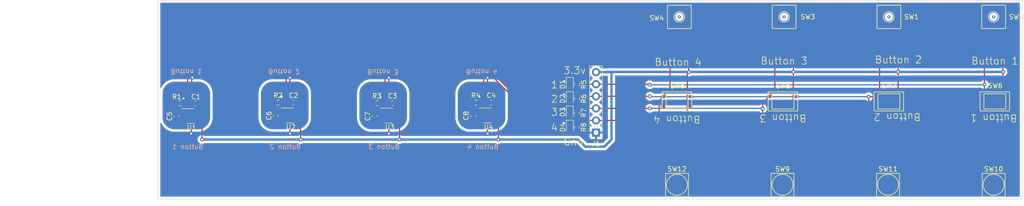
<source format=kicad_pcb>
(kicad_pcb (version 20211014) (generator pcbnew)
  (layers (0 "F.Cu" signal) (31 "B.Cu" signal) (34 "B.Paste" user) (35 "F.Paste" user) (36 "B.SilkS" user "B.Silkscreen") (37 "F.SilkS" user "F.Silkscreen") (38 "B.Mask" user) (39 "F.Mask" user) (44 "Edge.Cuts" user))
  (net 0 "")
  (net 1 "+3V3")
  (net 2 "GND")
  (net 3 "Net-(C5-Pad1)")
  (net 4 "Net-(C6-Pad1)")
  (net 5 "Net-(C7-Pad1)")
  (net 6 "Net-(C8-Pad1)")
  (net 7 "Net-(D1-Pad2)")
  (net 8 "Net-(D2-Pad2)")
  (net 9 "Net-(D3-Pad2)")
  (net 10 "Net-(D4-Pad2)")
  (net 11 "Net-(J1-Pad2)")
  (net 12 "Net-(J1-Pad3)")
  (net 13 "Net-(J1-Pad4)")
  (net 14 "Net-(J1-Pad5)")
  (net 15 "Net-(P1-Pad1)")
  (net 16 "Net-(P2-Pad1)")
  (net 17 "Net-(P3-Pad1)")
  (net 18 "Net-(P4-Pad1)")
  (footprint "LED_SMD:LED_0603_1608Metric" (layer "F.Cu") (at 107.5 106.425 -90)
    (fp_text reference "D1" (at 0 1.5 90) (layer "F.SilkS"))
    (fp_text value "LED")
    (pad "1" smd roundrect (at -0.7875 0 270) (size 0.875 0.95) (layers "F.Cu" "F.Paste" "F.Mask") (net 2 "GND"))
    (pad "2" smd roundrect (at 0.7875 0 270) (size 0.875 0.95) (layers "F.Cu" "F.Paste" "F.Mask") (net 7 "Net-(D1-Pad2)"))
  )
  (footprint "RH6015-C:RH6015-C" (layer "F.Cu") (at 48.725 113)
    (fp_text reference "U2" (at 0.2 2.4 unlocked) (layer "F.SilkS"))
    (fp_text value "RH6015-C")
    (pad "1" smd roundrect (at -1.175 -1) (size 1.325 0.6) (layers "F.Cu" "F.Paste" "F.Mask") (net 13 "Net-(J1-Pad4)"))
    (pad "2" smd roundrect (at -1.175 -0.05) (size 1.325 0.6) (layers "F.Cu" "F.Paste" "F.Mask") (net 2 "GND"))
    (pad "3" smd roundrect (at -1.175 0.9) (size 1.325 0.6) (layers "F.Cu" "F.Paste" "F.Mask") (net 4 "Net-(C6-Pad1)"))
    (pad "4" smd roundrect (at 1.1 0.9) (size 1.325 0.6) (layers "F.Cu" "F.Paste" "F.Mask") (net 2 "GND"))
    (pad "5" smd roundrect (at 1.1 -0.05) (size 1.325 0.6) (layers "F.Cu" "F.Paste" "F.Mask") (net 1 "+3V3"))
    (pad "6" smd roundrect (at 1.1 -1) (size 1.325 0.6) (layers "F.Cu" "F.Paste" "F.Mask") (net 2 "GND"))
  )
  (footprint "Capacitor_SMD:C_0603_1608Metric" (layer "F.Cu") (at 87.25 113 90)
    (fp_text reference "C8" (at 0 -1.525 90) (layer "F.SilkS"))
    (fp_text value "1pF")
    (pad "1" smd roundrect (at -0.775 0 90) (size 0.9 0.95) (layers "F.Cu" "F.Paste" "F.Mask") (net 6 "Net-(C8-Pad1)"))
    (pad "2" smd roundrect (at 0.775 0 90) (size 0.9 0.95) (layers "F.Cu" "F.Paste" "F.Mask") (net 2 "GND"))
  )
  (footprint "dome_buttons:EVQPLDA15" (layer "F.Cu") (at 152.5 92.25)
    (fp_text reference "SW3" (at 5 0 unlocked) (layer "F.SilkS"))
    (fp_text value "SW_Push")
    (pad "A" smd rect (at -1.95 -2.3) (size 0.6 1) (layers "F.Cu" "F.Paste" "F.Mask") (net 12 "Net-(J1-Pad3)"))
    (pad "A" smd rect (at -1.95 2.3) (size 0.6 1) (layers "F.Cu" "F.Paste" "F.Mask") (net 12 "Net-(J1-Pad3)"))
    (pad "B" smd rect (at 1.95 2.3) (size 0.6 1) (layers "F.Cu" "F.Paste" "F.Mask") (net 1 "+3V3"))
    (pad "B" smd rect (at 1.95 -2.3) (size 0.6 1) (layers "F.Cu" "F.Paste" "F.Mask") (net 1 "+3V3"))
    (pad "Gnd" smd rect (at 2.6 0) (size 0.45 1) (layers "F.Cu" "F.Paste" "F.Mask"))
    (pad "Gnd" smd rect (at -2.6 0) (size 0.45 1) (layers "F.Cu" "F.Paste" "F.Mask"))
  )
  (footprint "Resistor_SMD:R_0603_1608Metric" (layer "F.Cu") (at 87.75 110.25 180)
    (fp_text reference "R4" (at 0 1.5) (layer "F.SilkS"))
    (fp_text value "1K")
    (pad "1" smd roundrect (at -0.825 0 180) (size 0.8 0.95) (layers "F.Cu" "F.Paste" "F.Mask") (net 18 "Net-(P4-Pad1)"))
    (pad "2" smd roundrect (at 0.825 0 180) (size 0.8 0.95) (layers "F.Cu" "F.Paste" "F.Mask") (net 6 "Net-(C8-Pad1)"))
  )
  (footprint "dome_buttons:GT-TC170B-H0078-L10" (layer "F.Cu") (at 130 110)
    (fp_text reference "SW8" (at 0.1 -3.3 unlocked) (layer "F.SilkS"))
    (fp_text value "SW_Push")
    (pad "1" smd rect (at 2.9 -1) (size 0.8 0.6) (layers "F.Cu" "F.Paste" "F.Mask") (net 11 "Net-(J1-Pad2)"))
    (pad "1" smd rect (at -2.9 -1) (size 0.8 0.6) (layers "F.Cu" "F.Paste" "F.Mask") (net 11 "Net-(J1-Pad2)"))
    (pad "2" smd rect (at 2.9 1) (size 0.8 0.6) (layers "F.Cu" "F.Paste" "F.Mask") (net 1 "+3V3"))
    (pad "2" smd rect (at -2.9 1) (size 0.8 0.6) (layers "F.Cu" "F.Paste" "F.Mask") (net 1 "+3V3"))
  )
  (footprint "Capacitor_SMD:C_0603_1608Metric" (layer "F.Cu") (at 49.475 110.25 180)
    (fp_text reference "C2" (at 0 1.5) (layer "F.SilkS"))
    (fp_text value "100nF")
    (pad "1" smd roundrect (at -0.775 0 180) (size 0.9 0.95) (layers "F.Cu" "F.Paste" "F.Mask") (net 1 "+3V3"))
    (pad "2" smd roundrect (at 0.775 0 180) (size 0.9 0.95) (layers "F.Cu" "F.Paste" "F.Mask") (net 2 "GND"))
  )
  (footprint "Capacitor_SMD:C_0603_1608Metric" (layer "F.Cu") (at 90.975 110.25 180)
    (fp_text reference "C4" (at -0.025 1.5) (layer "F.SilkS"))
    (fp_text value "100nF")
    (pad "1" smd roundrect (at -0.775 0 180) (size 0.9 0.95) (layers "F.Cu" "F.Paste" "F.Mask") (net 1 "+3V3"))
    (pad "2" smd roundrect (at 0.775 0 180) (size 0.9 0.95) (layers "F.Cu" "F.Paste" "F.Mask") (net 2 "GND"))
  )
  (footprint "Capacitor_SMD:C_0603_1608Metric" (layer "F.Cu") (at 28.875 110.37548 180)
    (fp_text reference "C1" (at -0.1 1.35) (layer "F.SilkS"))
    (fp_text value "100nF")
    (pad "1" smd roundrect (at -0.775 0 180) (size 0.9 0.95) (layers "F.Cu" "F.Paste" "F.Mask") (net 1 "+3V3"))
    (pad "2" smd roundrect (at 0.775 0 180) (size 0.9 0.95) (layers "F.Cu" "F.Paste" "F.Mask") (net 2 "GND"))
  )
  (footprint "RH6015-C:RH6015-C" (layer "F.Cu") (at 27.875 113.12548)
    (fp_text reference "U1" (at 0.2 2.4 unlocked) (layer "F.SilkS"))
    (fp_text value "RH6015-C")
    (pad "1" smd roundrect (at -1.175 -1) (size 1.325 0.6) (layers "F.Cu" "F.Paste" "F.Mask") (net 14 "Net-(J1-Pad5)"))
    (pad "2" smd roundrect (at -1.175 -0.05) (size 1.325 0.6) (layers "F.Cu" "F.Paste" "F.Mask") (net 2 "GND"))
    (pad "3" smd roundrect (at -1.175 0.9) (size 1.325 0.6) (layers "F.Cu" "F.Paste" "F.Mask") (net 3 "Net-(C5-Pad1)"))
    (pad "4" smd roundrect (at 1.1 0.9) (size 1.325 0.6) (layers "F.Cu" "F.Paste" "F.Mask") (net 2 "GND"))
    (pad "5" smd roundrect (at 1.1 -0.05) (size 1.325 0.6) (layers "F.Cu" "F.Paste" "F.Mask") (net 1 "+3V3"))
    (pad "6" smd roundrect (at 1.1 -1) (size 1.325 0.6) (layers "F.Cu" "F.Paste" "F.Mask") (net 2 "GND"))
  )
  (footprint "dome_buttons:GT-TC170B-H0078-L10" (layer "F.Cu") (at 174.5 110)
    (fp_text reference "SW7" (at 0.1 -3.3 unlocked) (layer "F.SilkS"))
    (fp_text value "SW_Push")
    (pad "1" smd rect (at -2.9 -1) (size 0.8 0.6) (layers "F.Cu" "F.Paste" "F.Mask") (net 13 "Net-(J1-Pad4)"))
    (pad "1" smd rect (at 2.9 -1) (size 0.8 0.6) (layers "F.Cu" "F.Paste" "F.Mask") (net 13 "Net-(J1-Pad4)"))
    (pad "2" smd rect (at -2.9 1) (size 0.8 0.6) (layers "F.Cu" "F.Paste" "F.Mask") (net 1 "+3V3"))
    (pad "2" smd rect (at 2.9 1) (size 0.8 0.6) (layers "F.Cu" "F.Paste" "F.Mask") (net 1 "+3V3"))
  )
  (footprint "Resistor_SMD:R_0603_1608Metric" (layer "F.Cu") (at 46.225 110.25 180)
    (fp_text reference "R2" (at 0 1.5) (layer "F.SilkS"))
    (fp_text value "1K")
    (pad "1" smd roundrect (at -0.825 0 180) (size 0.8 0.95) (layers "F.Cu" "F.Paste" "F.Mask") (net 16 "Net-(P2-Pad1)"))
    (pad "2" smd roundrect (at 0.825 0 180) (size 0.8 0.95) (layers "F.Cu" "F.Paste" "F.Mask") (net 4 "Net-(C6-Pad1)"))
  )
  (footprint "dome_buttons:EVQPLDA15" (layer "F.Cu") (at 174.5 92.25)
    (fp_text reference "SW1" (at 4.75 0 unlocked) (layer "F.SilkS"))
    (fp_text value "SW_Push")
    (pad "A" smd rect (at -1.95 2.3) (size 0.6 1) (layers "F.Cu" "F.Paste" "F.Mask") (net 13 "Net-(J1-Pad4)"))
    (pad "A" smd rect (at -1.95 -2.3) (size 0.6 1) (layers "F.Cu" "F.Paste" "F.Mask") (net 13 "Net-(J1-Pad4)"))
    (pad "B" smd rect (at 1.95 -2.3) (size 0.6 1) (layers "F.Cu" "F.Paste" "F.Mask") (net 1 "+3V3"))
    (pad "B" smd rect (at 1.95 2.3) (size 0.6 1) (layers "F.Cu" "F.Paste" "F.Mask") (net 1 "+3V3"))
    (pad "Gnd" smd rect (at 2.6 0) (size 0.45 1) (layers "F.Cu" "F.Paste" "F.Mask"))
    (pad "Gnd" smd rect (at -2.6 0) (size 0.45 1) (layers "F.Cu" "F.Paste" "F.Mask"))
  )
  (footprint "Resistor_SMD:R_0603_1608Metric" (layer "F.Cu") (at 109 115.425 -90)
    (fp_text reference "R8" (at 0 -1.43 90) (layer "F.SilkS"))
    (fp_text value "1K")
    (pad "1" smd roundrect (at -0.825 0 270) (size 0.8 0.95) (layers "F.Cu" "F.Paste" "F.Mask") (net 11 "Net-(J1-Pad2)"))
    (pad "2" smd roundrect (at 0.825 0 270) (size 0.8 0.95) (layers "F.Cu" "F.Paste" "F.Mask") (net 10 "Net-(D4-Pad2)"))
  )
  (footprint "Resistor_SMD:R_0603_1608Metric" (layer "F.Cu") (at 109 109.425 -90)
    (fp_text reference "R6" (at 0 -1.43 90) (layer "F.SilkS"))
    (fp_text value "1K")
    (pad "1" smd roundrect (at -0.825 0 270) (size 0.8 0.95) (layers "F.Cu" "F.Paste" "F.Mask") (net 13 "Net-(J1-Pad4)"))
    (pad "2" smd roundrect (at 0.825 0 270) (size 0.8 0.95) (layers "F.Cu" "F.Paste" "F.Mask") (net 8 "Net-(D2-Pad2)"))
  )
  (footprint "dome_buttons:GT-TC170B-H0078-L10" (layer "F.Cu") (at 196.75 110)
    (fp_text reference "SW6" (at 0.1 -3.3 unlocked) (layer "F.SilkS"))
    (fp_text value "SW_Push")
    (pad "1" smd rect (at -2.9 -1) (size 0.8 0.6) (layers "F.Cu" "F.Paste" "F.Mask") (net 14 "Net-(J1-Pad5)"))
    (pad "1" smd rect (at 2.9 -1) (size 0.8 0.6) (layers "F.Cu" "F.Paste" "F.Mask") (net 14 "Net-(J1-Pad5)"))
    (pad "2" smd rect (at -2.9 1) (size 0.8 0.6) (layers "F.Cu" "F.Paste" "F.Mask") (net 1 "+3V3"))
    (pad "2" smd rect (at 2.9 1) (size 0.8 0.6) (layers "F.Cu" "F.Paste" "F.Mask") (net 1 "+3V3"))
  )
  (footprint "Connector_PinHeader_2.54mm:PinHeader_1x06_P2.54mm_Vertical" (layer "F.Cu") (at 113 116.54 180)
    (fp_text reference "J1" (at 0 -2.33) (layer "F.SilkS"))
    (fp_text value "Conn_01x06_Female")
    (pad "1" thru_hole rect (at 0 0 180) (size 1.7 1.7) (drill 1) (layers *.Cu *.Mask) (net 2 "GND"))
    (pad "2" thru_hole oval (at 0 2.54 180) (size 1.7 1.7) (drill 1) (layers *.Cu *.Mask) (net 11 "Net-(J1-Pad2)"))
    (pad "3" thru_hole oval (at 0 5.08 180) (size 1.7 1.7) (drill 1) (layers *.Cu *.Mask) (net 12 "Net-(J1-Pad3)"))
    (pad "4" thru_hole oval (at 0 7.62 180) (size 1.7 1.7) (drill 1) (layers *.Cu *.Mask) (net 13 "Net-(J1-Pad4)"))
    (pad "5" thru_hole oval (at 0 10.16 180) (size 1.7 1.7) (drill 1) (layers *.Cu *.Mask) (net 14 "Net-(J1-Pad5)"))
    (pad "6" thru_hole oval (at 0 12.7 180) (size 1.7 1.7) (drill 1) (layers *.Cu *.Mask) (net 1 "+3V3"))
  )
  (footprint "Resistor_SMD:R_0603_1608Metric" (layer "F.Cu") (at 109 106.425 -90)
    (fp_text reference "R5" (at 0 -1.43 90) (layer "F.SilkS"))
    (fp_text value "1K")
    (pad "1" smd roundrect (at -0.825 0 270) (size 0.8 0.95) (layers "F.Cu" "F.Paste" "F.Mask") (net 14 "Net-(J1-Pad5)"))
    (pad "2" smd roundrect (at 0.825 0 270) (size 0.8 0.95) (layers "F.Cu" "F.Paste" "F.Mask") (net 7 "Net-(D1-Pad2)"))
  )
  (footprint "RH6015-C:RH6015-C" (layer "F.Cu") (at 90.25 113)
    (fp_text reference "U4" (at 0.2 2.4 unlocked) (layer "F.SilkS"))
    (fp_text value "RH6015-C")
    (pad "1" smd roundrect (at -1.175 -1) (size 1.325 0.6) (layers "F.Cu" "F.Paste" "F.Mask") (net 11 "Net-(J1-Pad2)"))
    (pad "2" smd roundrect (at -1.175 -0.05) (size 1.325 0.6) (layers "F.Cu" "F.Paste" "F.Mask") (net 2 "GND"))
    (pad "3" smd roundrect (at -1.175 0.9) (size 1.325 0.6) (layers "F.Cu" "F.Paste" "F.Mask") (net 6 "Net-(C8-Pad1)"))
    (pad "4" smd roundrect (at 1.1 0.9) (size 1.325 0.6) (layers "F.Cu" "F.Paste" "F.Mask") (net 2 "GND"))
    (pad "5" smd roundrect (at 1.1 -0.05) (size 1.325 0.6) (layers "F.Cu" "F.Paste" "F.Mask") (net 1 "+3V3"))
    (pad "6" smd roundrect (at 1.1 -1) (size 1.325 0.6) (layers "F.Cu" "F.Paste" "F.Mask") (net 2 "GND"))
  )
  (footprint "dome_buttons:TS5208A" (layer "F.Cu") (at 152.166666 127.5)
    (fp_text reference "SW9" (at 0 -3.3 unlocked) (layer "F.SilkS"))
    (fp_text value "SW_Push")
    (pad "1" smd rect (at 3.2 -1.8) (size 1 0.5) (layers "F.Cu" "F.Paste" "F.Mask") (net 12 "Net-(J1-Pad3)"))
    (pad "1" smd rect (at -3.2 -1.8) (size 1 0.5) (layers "F.Cu" "F.Paste" "F.Mask") (net 12 "Net-(J1-Pad3)"))
    (pad "2" smd rect (at -3.2 1.9) (size 1 0.5) (layers "F.Cu" "F.Paste" "F.Mask") (net 1 "+3V3"))
    (pad "2" smd rect (at 3.2 1.9) (size 1 0.5) (layers "F.Cu" "F.Paste" "F.Mask") (net 1 "+3V3"))
  )
  (footprint "dome_buttons:EVQPLDA15" (layer "F.Cu") (at 130.5 92.25)
    (fp_text reference "SW4" (at -4.75 0.25 unlocked) (layer "F.SilkS"))
    (fp_text value "SW_Push")
    (pad "A" smd rect (at -1.95 -2.3) (size 0.6 1) (layers "F.Cu" "F.Paste" "F.Mask") (net 11 "Net-(J1-Pad2)"))
    (pad "A" smd rect (at -1.95 2.3) (size 0.6 1) (layers "F.Cu" "F.Paste" "F.Mask") (net 11 "Net-(J1-Pad2)"))
    (pad "B" smd rect (at 1.95 2.3) (size 0.6 1) (layers "F.Cu" "F.Paste" "F.Mask") (net 1 "+3V3"))
    (pad "B" smd rect (at 1.95 -2.3) (size 0.6 1) (layers "F.Cu" "F.Paste" "F.Mask") (net 1 "+3V3"))
    (pad "Gnd" smd rect (at 2.6 0) (size 0.45 1) (layers "F.Cu" "F.Paste" "F.Mask"))
    (pad "Gnd" smd rect (at -2.6 0) (size 0.45 1) (layers "F.Cu" "F.Paste" "F.Mask"))
  )
  (footprint "Capacitor_SMD:C_0603_1608Metric" (layer "F.Cu") (at 66.5 113.125 90)
    (fp_text reference "C7" (at 0 -1.43 90) (layer "F.SilkS"))
    (fp_text value "1pF")
    (pad "1" smd roundrect (at -0.775 0 90) (size 0.9 0.95) (layers "F.Cu" "F.Paste" "F.Mask") (net 5 "Net-(C7-Pad1)"))
    (pad "2" smd roundrect (at 0.775 0 90) (size 0.9 0.95) (layers "F.Cu" "F.Paste" "F.Mask") (net 2 "GND"))
  )
  (footprint "Resistor_SMD:R_0603_1608Metric" (layer "F.Cu") (at 109 112.425 -90)
    (fp_text reference "R7" (at 0 -1.43 90) (layer "F.SilkS"))
    (fp_text value "1K")
    (pad "1" smd roundrect (at -0.825 0 270) (size 0.8 0.95) (layers "F.Cu" "F.Paste" "F.Mask") (net 12 "Net-(J1-Pad3)"))
    (pad "2" smd roundrect (at 0.825 0 270) (size 0.8 0.95) (layers "F.Cu" "F.Paste" "F.Mask") (net 9 "Net-(D3-Pad2)"))
  )
  (footprint "LED_SMD:LED_0603_1608Metric" (layer "F.Cu") (at 107.5 109.425 -90)
    (fp_text reference "D2" (at 0 1.5 90) (layer "F.SilkS"))
    (fp_text value "LED")
    (pad "1" smd roundrect (at -0.7875 0 270) (size 0.875 0.95) (layers "F.Cu" "F.Paste" "F.Mask") (net 2 "GND"))
    (pad "2" smd roundrect (at 0.7875 0 270) (size 0.875 0.95) (layers "F.Cu" "F.Paste" "F.Mask") (net 8 "Net-(D2-Pad2)"))
  )
  (footprint "Capacitor_SMD:C_0603_1608Metric" (layer "F.Cu") (at 45.725 113 90)
    (fp_text reference "C6" (at 0 -1.43 90) (layer "F.SilkS"))
    (fp_text value "1pF")
    (pad "1" smd roundrect (at -0.775 0 90) (size 0.9 0.95) (layers "F.Cu" "F.Paste" "F.Mask") (net 4 "Net-(C6-Pad1)"))
    (pad "2" smd roundrect (at 0.775 0 90) (size 0.9 0.95) (layers "F.Cu" "F.Paste" "F.Mask") (net 2 "GND"))
  )
  (footprint "LED_SMD:LED_0603_1608Metric" (layer "F.Cu") (at 107.5 115.425 -90)
    (fp_text reference "D4" (at 0 1.5 90) (layer "F.SilkS"))
    (fp_text value "LED")
    (pad "1" smd roundrect (at -0.7875 0 270) (size 0.875 0.95) (layers "F.Cu" "F.Paste" "F.Mask") (net 2 "GND"))
    (pad "2" smd roundrect (at 0.7875 0 270) (size 0.875 0.95) (layers "F.Cu" "F.Paste" "F.Mask") (net 10 "Net-(D4-Pad2)"))
  )
  (footprint "dome_buttons:TS5208A" (layer "F.Cu") (at 196.5 127.5)
    (fp_text reference "SW10" (at 0 -3.3 unlocked) (layer "F.SilkS"))
    (fp_text value "SW_Push")
    (pad "1" smd rect (at 3.2 -1.8) (size 1 0.5) (layers "F.Cu" "F.Paste" "F.Mask") (net 14 "Net-(J1-Pad5)"))
    (pad "1" smd rect (at -3.2 -1.8) (size 1 0.5) (layers "F.Cu" "F.Paste" "F.Mask") (net 14 "Net-(J1-Pad5)"))
    (pad "2" smd rect (at -3.2 1.9) (size 1 0.5) (layers "F.Cu" "F.Paste" "F.Mask") (net 1 "+3V3"))
    (pad "2" smd rect (at 3.2 1.9) (size 1 0.5) (layers "F.Cu" "F.Paste" "F.Mask") (net 1 "+3V3"))
  )
  (footprint "dome_buttons:GT-TC170B-H0078-L10" (layer "F.Cu") (at 152.25 110)
    (fp_text reference "SW5" (at 0.1 -3.3 unlocked) (layer "F.SilkS"))
    (fp_text value "SW_Push")
    (pad "1" smd rect (at 2.9 -1) (size 0.8 0.6) (layers "F.Cu" "F.Paste" "F.Mask") (net 12 "Net-(J1-Pad3)"))
    (pad "1" smd rect (at -2.9 -1) (size 0.8 0.6) (layers "F.Cu" "F.Paste" "F.Mask") (net 12 "Net-(J1-Pad3)"))
    (pad "2" smd rect (at -2.9 1) (size 0.8 0.6) (layers "F.Cu" "F.Paste" "F.Mask") (net 1 "+3V3"))
    (pad "2" smd rect (at 2.9 1) (size 0.8 0.6) (layers "F.Cu" "F.Paste" "F.Mask") (net 1 "+3V3"))
  )
  (footprint "RH6015-C:RH6015-C" (layer "F.Cu") (at 69.5 113.025)
    (fp_text reference "U3" (at 0.2 2.4 unlocked) (layer "F.SilkS"))
    (fp_text value "RH6015-C")
    (pad "1" smd roundrect (at -1.175 -1) (size 1.325 0.6) (layers "F.Cu" "F.Paste" "F.Mask") (net 12 "Net-(J1-Pad3)"))
    (pad "2" smd roundrect (at -1.175 -0.05) (size 1.325 0.6) (layers "F.Cu" "F.Paste" "F.Mask") (net 2 "GND"))
    (pad "3" smd roundrect (at -1.175 0.9) (size 1.325 0.6) (layers "F.Cu" "F.Paste" "F.Mask") (net 5 "Net-(C7-Pad1)"))
    (pad "4" smd roundrect (at 1.1 0.9) (size 1.325 0.6) (layers "F.Cu" "F.Paste" "F.Mask") (net 2 "GND"))
    (pad "5" smd roundrect (at 1.1 -0.05) (size 1.325 0.6) (layers "F.Cu" "F.Paste" "F.Mask") (net 1 "+3V3"))
    (pad "6" smd roundrect (at 1.1 -1) (size 1.325 0.6) (layers "F.Cu" "F.Paste" "F.Mask") (net 2 "GND"))
  )
  (footprint "dome_buttons:TS5208A" (layer "F.Cu") (at 130 127.5)
    (fp_text reference "SW12" (at 0 -3.3 unlocked) (layer "F.SilkS"))
    (fp_text value "SW_Push")
    (pad "1" smd rect (at -3.2 -1.8) (size 1 0.5) (layers "F.Cu" "F.Paste" "F.Mask") (net 11 "Net-(J1-Pad2)"))
    (pad "1" smd rect (at 3.2 -1.8) (size 1 0.5) (layers "F.Cu" "F.Paste" "F.Mask") (net 11 "Net-(J1-Pad2)"))
    (pad "2" smd rect (at -3.2 1.9) (size 1 0.5) (layers "F.Cu" "F.Paste" "F.Mask") (net 1 "+3V3"))
    (pad "2" smd rect (at 3.2 1.9) (size 1 0.5) (layers "F.Cu" "F.Paste" "F.Mask") (net 1 "+3V3"))
  )
  (footprint "dome_buttons:EVQPLDA15" (layer "F.Cu") (at 196.5 92.25)
    (fp_text reference "SW2" (at 4.75 0 unlocked) (layer "F.SilkS"))
    (fp_text value "SW_Push")
    (pad "A" smd rect (at -1.95 -2.3) (size 0.6 1) (layers "F.Cu" "F.Paste" "F.Mask") (net 14 "Net-(J1-Pad5)"))
    (pad "A" smd rect (at -1.95 2.3) (size 0.6 1) (layers "F.Cu" "F.Paste" "F.Mask") (net 14 "Net-(J1-Pad5)"))
    (pad "B" smd rect (at 1.95 2.3) (size 0.6 1) (layers "F.Cu" "F.Paste" "F.Mask") (net 1 "+3V3"))
    (pad "B" smd rect (at 1.95 -2.3) (size 0.6 1) (layers "F.Cu" "F.Paste" "F.Mask") (net 1 "+3V3"))
    (pad "Gnd" smd rect (at 2.6 0) (size 0.45 1) (layers "F.Cu" "F.Paste" "F.Mask"))
    (pad "Gnd" smd rect (at -2.6 0) (size 0.45 1) (layers "F.Cu" "F.Paste" "F.Mask"))
  )
  (footprint "Resistor_SMD:R_0603_1608Metric" (layer "F.Cu") (at 25.625 110.37548 180)
    (fp_text reference "R1" (at 0.65 1.35) (layer "F.SilkS"))
    (fp_text value "1K")
    (pad "1" smd roundrect (at -0.825 0 180) (size 0.8 0.95) (layers "F.Cu" "F.Paste" "F.Mask") (net 15 "Net-(P1-Pad1)"))
    (pad "2" smd roundrect (at 0.825 0 180) (size 0.8 0.95) (layers "F.Cu" "F.Paste" "F.Mask") (net 3 "Net-(C5-Pad1)"))
  )
  (footprint "Resistor_SMD:R_0603_1608Metric" (layer "F.Cu") (at 67 110.375 180)
    (fp_text reference "R3" (at 0 1.5) (layer "F.SilkS"))
    (fp_text value "1K")
    (pad "1" smd roundrect (at -0.825 0 180) (size 0.8 0.95) (layers "F.Cu" "F.Paste" "F.Mask") (net 17 "Net-(P3-Pad1)"))
    (pad "2" smd roundrect (at 0.825 0 180) (size 0.8 0.95) (layers "F.Cu" "F.Paste" "F.Mask") (net 5 "Net-(C7-Pad1)"))
  )
  (footprint "Capacitor_SMD:C_0603_1608Metric" (layer "F.Cu") (at 70.25 110.375 180)
    (fp_text reference "C3" (at 0 1.5) (layer "F.SilkS"))
    (fp_text value "100nF")
    (pad "1" smd roundrect (at -0.775 0 180) (size 0.9 0.95) (layers "F.Cu" "F.Paste" "F.Mask") (net 1 "+3V3"))
    (pad "2" smd roundrect (at 0.775 0 180) (size 0.9 0.95) (layers "F.Cu" "F.Paste" "F.Mask") (net 2 "GND"))
  )
  (footprint "LED_SMD:LED_0603_1608Metric" (layer "F.Cu") (at 107.5 112.425 -90)
    (fp_text reference "D3" (at -0.175 1.5 90) (layer "F.SilkS"))
    (fp_text value "LED")
    (pad "1" smd roundrect (at -0.7875 0 270) (size 0.875 0.95) (layers "F.Cu" "F.Paste" "F.Mask") (net 2 "GND"))
    (pad "2" smd roundrect (at 0.7875 0 270) (size 0.875 0.95) (layers "F.Cu" "F.Paste" "F.Mask") (net 9 "Net-(D3-Pad2)"))
  )
  (footprint "Capacitor_SMD:C_0603_1608Metric" (layer "F.Cu") (at 24.875 113.12548 90)
    (fp_text reference "C5" (at 0 -1.43 90) (layer "F.SilkS"))
    (fp_text value "1pF")
    (pad "1" smd roundrect (at -0.775 0 90) (size 0.9 0.95) (layers "F.Cu" "F.Paste" "F.Mask") (net 3 "Net-(C5-Pad1)"))
    (pad "2" smd roundrect (at 0.775 0 90) (size 0.9 0.95) (layers "F.Cu" "F.Paste" "F.Mask") (net 2 "GND"))
  )
  (footprint "dome_buttons:TS5208A" (layer "F.Cu") (at 174.333333 127.5)
    (fp_text reference "SW11" (at 0 -3.3 unlocked) (layer "F.SilkS"))
    (fp_text value "SW_Push")
    (pad "1" smd rect (at -3.2 -1.8) (size 1 0.5) (layers "F.Cu" "F.Paste" "F.Mask") (net 13 "Net-(J1-Pad4)"))
    (pad "1" smd rect (at 3.2 -1.8) (size 1 0.5) (layers "F.Cu" "F.Paste" "F.Mask") (net 13 "Net-(J1-Pad4)"))
    (pad "2" smd rect (at -3.2 1.9) (size 1 0.5) (layers "F.Cu" "F.Paste" "F.Mask") (net 1 "+3V3"))
    (pad "2" smd rect (at 3.2 1.9) (size 1 0.5) (layers "F.Cu" "F.Paste" "F.Mask") (net 1 "+3V3"))
  )
  (footprint "RH6015-C:touch_pad" (layer "B.Cu") (at 68.308332 110.75 180)
    (fp_text reference "Button 3" (at 0.058332 7 180 unlocked) (layer "B.SilkS") (effects (justify mirror)))
    (fp_text value "TP")
    (pad "1" smd roundrect (at 0 -0.1 180) (size 10 10) (layers "B.Cu" "B.Paste" "B.Mask") (net 17 "Net-(P3-Pad1)"))
  )
  (footprint "RH6015-C:touch_pad" (layer "B.Cu") (at 88.975 110.75 180)
    (fp_text reference "Button 4" (at -0.025 7 180 unlocked) (layer "B.SilkS") (effects (justify mirror)))
    (fp_text value "TP")
    (pad "1" smd roundrect (at 0 -0.1 180) (size 10 10) (layers "B.Cu" "B.Paste" "B.Mask") (net 18 "Net-(P4-Pad1)"))
  )
  (footprint "RH6015-C:touch_pad" (layer "B.Cu") (at 47.641666 110.75 180)
    (fp_text reference "Button 2" (at 0.141666 7 180 unlocked) (layer "B.SilkS") (effects (justify mirror)))
    (fp_text value "TP")
    (pad "1" smd roundrect (at 0 -0.1 180) (size 10 10) (layers "B.Cu" "B.Paste" "B.Mask") (net 16 "Net-(P2-Pad1)"))
  )
  (footprint "RH6015-C:touch_pad" (layer "B.Cu") (at 26.975 110.75 180)
    (fp_text reference "Button 1" (at -0.025 7 180 unlocked) (layer "B.SilkS") (effects (justify mirror)))
    (fp_text value "TP")
    (pad "1" smd roundrect (at 0 -0.1 180) (size 10 10) (layers "B.Cu" "B.Paste" "B.Mask") (net 15 "Net-(P1-Pad1)"))
  )
  (gr_circle (center 174.5 92.25) (end 174.5 92) (layer "B.Cu") (width 0.2) (fill none))
  (gr_circle (center 152.5 92.25) (end 152.5 92) (layer "B.Cu") (width 0.2) (fill none))
  (gr_circle (center 196.5 92.25) (end 196.5 92) (layer "B.Cu") (width 0.2) (fill none))
  (gr_circle (center 130.5 92.25) (end 130.5 92) (layer "B.Cu") (width 0.2) (fill none))
  (gr_rect (start 202.5 130.5) (end 21 88.75) (layer "Edge.Cuts") (width 0.1) (fill none))
  (gr_text "Button 3" (at 68.5 119.5) (layer "B.SilkS") (effects (font (size 1 1)) (justify mirror)))
  (gr_text "Button 1" (at 27.25 119.5) (layer "B.SilkS") (effects (font (size 1 1)) (justify mirror)))
  (gr_text "Button 2" (at 47.75 119.5) (layer "B.SilkS") (effects (font (size 1 1)) (justify mirror)))
  (gr_text "Button 4" (at 89.25 119.5) (layer "B.SilkS") (effects (font (size 1 1)) (justify mirror)))
  (gr_text "3" (at 104.25 112.25) (layer "F.SilkS") (effects (font (size 1.5 1.5))))
  (gr_text "Button 4" (at 130.25 101.75) (layer "F.SilkS") (effects (font (size 1.5 1.5))))
  (gr_text "Button 2" (at 176.25 113.25 180) (layer "F.SilkS") (effects (font (size 1.5 1.5))))
  (gr_text "3.3v" (at 108.5 103.5) (layer "F.SilkS") (effects (font (size 1.5 1.5))))
  (gr_text "2" (at 104.25 109.5) (layer "F.SilkS") (effects (font (size 1.5 1.5))))
  (gr_text "Button 2" (at 176.5 101.25) (layer "F.SilkS") (effects (font (size 1.5 1.5))))
  (gr_text "Button 4" (at 130 113.75 180) (layer "F.SilkS") (effects (font (size 1.5 1.5))))
  (gr_text "4" (at 104.25 115.5) (layer "F.SilkS") (effects (font (size 1.5 1.5))))
  (gr_text "Button 1" (at 196.75 101.5) (layer "F.SilkS") (effects (font (size 1.5 1.5))))
  (gr_text "Button 3" (at 152.25 113.5 180) (layer "F.SilkS") (effects (font (size 1.5 1.5))))
  (gr_text "1" (at 104.25 106.5) (layer "F.SilkS") (effects (font (size 1.5 1.5))))
  (gr_text "Gnd" (at 108.25 118.5) (layer "F.SilkS") (effects (font (size 1.5 1.5))))
  (gr_text "Button 3" (at 152.5 101.5) (layer "F.SilkS") (effects (font (size 1.5 1.5))))
  (gr_text "Button 1" (at 196.5 113.5 180) (layer "F.SilkS") (effects (font (size 1.5 1.5))))
  (segment (start 50.975 112.95) (end 50.975 110.975) (width 0.25) (layer "F.Cu") (net 1))
  (segment (start 49.825 112.95) (end 50.975 112.95) (width 0.25) (layer "F.Cu") (net 1))
  (segment (start 198.45 89.95) (end 198.45 94.55) (width 0.25) (layer "F.Cu") (net 1))
  (segment (start 176.45 110.95) (end 176.45 128.316667) (width 0.25) (layer "F.Cu") (net 1))
  (segment (start 132.175489 104.164509) (end 132.175489 110.925489) (width 0.25) (layer "F.Cu") (net 1))
  (segment (start 50.975 110.975) (end 50.25 110.25) (width 0.25) (layer "F.Cu") (net 1))
  (segment (start 198.45 103.75) (end 198.5 103.8) (width 0.25) (layer "F.Cu") (net 1))
  (segment (start 91.35 112.95) (end 92.5 112.95) (width 0.25) (layer "F.Cu") (net 1))
  (segment (start 198.45 94.55) (end 198.45 103.75) (width 0.25) (layer "F.Cu") (net 1))
  (segment (start 154.45 103.8) (end 154.425489 103.824511) (width 0.25) (layer "F.Cu") (net 1))
  (segment (start 176.5 111) (end 176.45 110.95) (width 0.25) (layer "F.Cu") (net 1))
  (segment (start 132.175489 110.925489) (end 132.175489 128.375489) (width 0.25) (layer "F.Cu") (net 1))
  (segment (start 198.45 103.85) (end 198.45 110.95) (width 0.25) (layer "F.Cu") (net 1))
  (segment (start 154.45 94.55) (end 154.45 103.8) (width 0.25) (layer "F.Cu") (net 1))
  (segment (start 155.15 111) (end 154.5 111) (width 0.25) (layer "F.Cu") (net 1))
  (segment (start 176.45 103.8) (end 176.45 110.95) (width 0.25) (layer "F.Cu") (net 1))
  (segment (start 198.5 103.8) (end 198.45 103.85) (width 0.25) (layer "F.Cu") (net 1))
  (segment (start 71.75 117.975) (end 71.725 118) (width 0.25) (layer "F.Cu") (net 1))
  (segment (start 132.25 111) (end 132.175489 110.925489) (width 0.25) (layer "F.Cu") (net 1))
  (segment (start 176.45 128.316667) (end 177.533333 129.4) (width 0.25) (layer "F.Cu") (net 1))
  (segment (start 50.975 112.5) (end 50.975 118) (width 0.25) (layer "F.Cu") (net 1))
  (segment (start 198.45 128.15) (end 199.7 129.4) (width 0.25) (layer "F.Cu") (net 1))
  (segment (start 132.499998 103.84) (end 132.175489 104.164509) (width 0.25) (layer "F.Cu") (net 1))
  (segment (start 71.75 111.1) (end 71.025 110.375) (width 0.25) (layer "F.Cu") (net 1))
  (segment (start 177.4 111) (end 176.5 111) (width 0.25) (layer "F.Cu") (net 1))
  (segment (start 92.5 111) (end 91.75 110.25) (width 0.25) (layer "F.Cu") (net 1))
  (segment (start 198.45 110.95) (end 198.45 128.15) (width 0.25) (layer "F.Cu") (net 1))
  (segment (start 132.45 89.95) (end 132.45 94.55) (width 0.25) (layer "F.Cu") (net 1))
  (segment (start 30.25 110.97548) (end 30.250001 117.999999) (width 0.25) (layer "F.Cu") (net 1))
  (segment (start 30.17452 113.07548) (end 30.25 113) (width 0.25) (layer "F.Cu") (net 1))
  (segment (start 70.6 112.975) (end 71.75 112.975) (width 0.25) (layer "F.Cu") (net 1))
  (segment (start 28.975 113.07548) (end 30.17452 113.07548) (width 0.25) (layer "F.Cu") (net 1))
  (segment (start 154.45 89.95) (end 154.45 94.55) (width 0.25) (layer "F.Cu") (net 1))
  (segment (start 132.9 111) (end 132.25 111) (width 0.25) (layer "F.Cu") (net 1))
  (segment (start 92.5 112.5) (end 92.5 117.975) (width 0.25) (layer "F.Cu") (net 1))
  (segment (start 198.5 111) (end 198.45 110.95) (width 0.25) (layer "F.Cu") (net 1))
  (segment (start 154.425489 128.458823) (end 155.366666 129.4) (width 0.25) (layer "F.Cu") (net 1))
  (segment (start 71.75 112.625) (end 71.75 111.1) (width 0.25) (layer "F.Cu") (net 1))
  (segment (start 92.5 112.95) (end 92.5 112.5) (width 0.25) (layer "F.Cu") (net 1))
  (segment (start 71.75 112.625) (end 71.75 117.975) (width 0.25) (layer "F.Cu") (net 1))
  (segment (start 176.45 89.95) (end 176.45 94.55) (width 0.25) (layer "F.Cu") (net 1))
  (segment (start 132.45 94.55) (end 132.45 103.790002) (width 0.25) (layer "F.Cu") (net 1))
  (segment (start 154.5 111) (end 154.425489 111.074511) (width 0.25) (layer "F.Cu") (net 1))
  (segment (start 92.5 112.5) (end 92.5 111) (width 0.25) (layer "F.Cu") (net 1))
  (segment (start 29.65 110.37548) (end 30.25 110.97548) (width 0.25) (layer "F.Cu") (net 1))
  (segment (start 132.175489 128.375489) (end 133.2 129.4) (width 0.25) (layer "F.Cu") (net 1))
  (segment (start 154.425489 103.824511) (end 154.425489 111.074511) (width 0.25) (layer "F.Cu") (net 1))
  (segment (start 176.45 94.55) (end 176.45 103.8) (width 0.25) (layer "F.Cu") (net 1))
  (segment (start 92.5 117.975) (end 92.475 118) (width 0.25) (layer "F.Cu") (net 1))
  (segment (start 199.65 111) (end 198.5 111) (width 0.25) (layer "F.Cu") (net 1))
  (segment (start 154.425489 111.074511) (end 154.425489 128.458823) (width 0.25) (layer "F.Cu") (net 1))
  (segment (start 132.45 103.790002) (end 132.499998 103.84) (width 0.25) (layer "F.Cu") (net 1))
  (segment (start 71.75 112.975) (end 71.75 112.625) (width 0.25) (layer "F.Cu") (net 1))
  (via (at 176.45 103.8) (size 0.8) (drill 0.4) (layers "F.Cu" "B.Cu") (net 1))
  (via (at 30.250001 117.999999) (size 0.8) (drill 0.4) (layers "F.Cu" "B.Cu") (net 1))
  (via (at 50.975 118) (size 0.8) (drill 0.4) (layers "F.Cu" "B.Cu") (net 1))
  (via (at 92.475 118) (size 0.8) (drill 0.4) (layers "F.Cu" "B.Cu") (net 1))
  (via (at 132.499998 103.84) (size 0.8) (drill 0.4) (layers "F.Cu" "B.Cu") (net 1))
  (via (at 154.45 103.8) (size 0.8) (drill 0.4) (layers "F.Cu" "B.Cu") (net 1))
  (via (at 198.5 103.8) (size 0.8) (drill 0.4) (layers "F.Cu" "B.Cu") (net 1))
  (via (at 71.725 118) (size 0.8) (drill 0.4) (layers "F.Cu" "B.Cu") (net 1))
  (segment (start 115.38 103.8) (end 198.5 103.8) (width 0.5) (layer "B.Cu") (net 1))
  (segment (start 71.725 118) (end 50.975 118) (width 0.5) (layer "B.Cu") (net 1))
  (segment (start 114.75 119.5) (end 110.75 119.5) (width 0.5) (layer "B.Cu") (net 1))
  (segment (start 116.25 103.84) (end 116.25 118) (width 0.5) (layer "B.Cu") (net 1))
  (segment (start 109.25 118) (end 92.475 118) (width 0.5) (layer "B.Cu") (net 1))
  (segment (start 116.25 118) (end 114.75 119.5) (width 0.5) (layer "B.Cu") (net 1))
  (segment (start 50.975 118) (end 30.250001 117.999999) (width 0.5) (layer "B.Cu") (net 1))
  (segment (start 115.34 103.84) (end 116.25 103.84) (width 0.5) (layer "B.Cu") (net 1))
  (segment (start 115.34 103.84) (end 115.38 103.8) (width 0.5) (layer "B.Cu") (net 1))
  (segment (start 113 103.84) (end 115.34 103.84) (width 0.5) (layer "B.Cu") (net 1))
  (segment (start 110.75 119.5) (end 109.25 118) (width 0.5) (layer "B.Cu") (net 1))
  (segment (start 92.475 118) (end 71.725 118) (width 0.5) (layer "B.Cu") (net 1))
  (segment (start 107.5 114.6375) (end 106.3875 114.6375) (width 0.25) (layer "F.Cu") (net 2))
  (segment (start 70.6 112.025) (end 70.525 112.1) (width 0.25) (layer "F.Cu") (net 2))
  (segment (start 69.5 113.925) (end 69.475 113.9) (width 0.25) (layer "F.Cu") (net 2))
  (segment (start 48.7 112.975) (end 48.7 113.158572) (width 0.25) (layer "F.Cu") (net 2))
  (segment (start 89.075 112.95) (end 90.2 112.95) (width 0.25) (layer "F.Cu") (net 2))
  (segment (start 91.35 113.9) (end 91.3 113.95) (width 0.25) (layer "F.Cu") (net 2))
  (segment (start 90.25 112) (end 90.2 112.05) (width 0.25) (layer "F.Cu") (net 2))
  (segment (start 106.3875 111.6375) (end 106.25 111.5) (width 0.25) (layer "F.Cu") (net 2))
  (segment (start 90.2 110.25) (end 90.2 112.05) (width 0.25) (layer "F.Cu") (net 2))
  (segment (start 28.975 114.02548) (end 28.08798 114.02548) (width 0.25) (layer "F.Cu") (net 2))
  (segment (start 90.2 105.025) (end 90.225 105) (width 0.25) (layer "F.Cu") (net 2))
  (segment (start 69.4 112.975) (end 69.475 112.9) (width 0.25) (layer "F.Cu") (net 2))
  (segment (start 45.725 112.225) (end 46.45 112.95) (width 0.25) (layer "F.Cu") (net 2))
  (segment (start 107.5 108.6375) (end 106.3875 108.6375) (width 0.25) (layer "F.Cu") (net 2))
  (segment (start 87.975 112.95) (end 89.075 112.95) (width 0.25) (layer "F.Cu") (net 2))
  (segment (start 25.6 113.07548) (end 24.875 112.35048) (width 0.25) (layer "F.Cu") (net 2))
  (segment (start 28.1 110.37548) (end 28.1 105.125) (width 0.25) (layer "F.Cu") (net 2))
  (segment (start 28.125 112.12548) (end 27.98798 111.98846) (width 0.25) (layer "F.Cu") (net 2))
  (segment (start 66.5 112.35) (end 67.125 112.975) (width 0.25) (layer "F.Cu") (net 2))
  (segment (start 27.90096 113.07548) (end 27.98798 112.98846) (width 0.25) (layer "F.Cu") (net 2))
  (segment (start 26.7 113.07548) (end 25.6 113.07548) (width 0.25) (layer "F.Cu") (net 2))
  (segment (start 27.98798 112.98846) (end 27.98798 113.92548) (width 0.25) (layer "F.Cu") (net 2))
  (segment (start 68.325 112.975) (end 69.4 112.975) (width 0.25) (layer "F.Cu") (net 2))
  (segment (start 67.125 112.975) (end 68.325 112.975) (width 0.25) (layer "F.Cu") (net 2))
  (segment (start 69.475 105.025) (end 69.5 105) (width 0.25) (layer "F.Cu") (net 2))
  (segment (start 90.2 113.95) (end 90.2 116.725) (width 0.25) (layer "F.Cu") (net 2))
  (segment (start 106.3875 108.6375) (end 106.25 108.5) (width 0.25) (layer "F.Cu") (net 2))
  (segment (start 48.7 113.158572) (end 48.725 113.183572) (width 0.25) (layer "F.Cu") (net 2))
  (segment (start 47.55 112.95) (end 48.675 112.95) (width 0.25) (layer "F.Cu") (net 2))
  (segment (start 48.725 112) (end 48.7 111.975) (width 0.25) (layer "F.Cu") (net 2))
  (segment (start 69.475 113.9) (end 69.475 116.75) (width 0.25) (layer "F.Cu") (net 2))
  (segment (start 69.475 110.375) (end 69.475 112.1) (width 0.25) (layer "F.Cu") (net 2))
  (segment (start 69.475 112.1) (end 69.475 112.9) (width 0.25) (layer "F.Cu") (net 2))
  (segment (start 106.3625 105.6375) (end 106.25 105.75) (width 0.25) (layer "F.Cu") (net 2))
  (segment (start 27.98798 111.98846) (end 27.98798 110.4875) (width 0.25) (layer "F.Cu") (net 2))
  (segment (start 27.98798 112.98846) (end 27.98798 112.728928) (width 0.25) (layer "F.Cu") (net 2))
  (segment (start 90.2 112.05) (end 90.2 112.95) (width 0.25) (layer "F.Cu") (net 2))
  (segment (start 48.725 113.183572) (end 48.725 113.75) (width 0.25) (layer "F.Cu") (net 2))
  (segment (start 48.7 105.025) (end 48.725 105) (width 0.25) (layer "F.Cu") (net 2))
  (segment (start 28.975 112.12548) (end 28.125 112.12548) (width 0.25) (layer "F.Cu") (net 2))
  (segment (start 91.3 113.95) (end 90.2 113.95) (width 0.25) (layer "F.Cu") (net 2))
  (segment (start 91.35 112) (end 90.25 112) (width 0.25) (layer "F.Cu") (net 2))
  (segment (start 90.2 112.95) (end 90.2 113.95) (width 0.25) (layer "F.Cu") (net 2))
  (segment (start 27.98798 113.92548) (end 27.98798 116.73702) (width 0.25) (layer "F.Cu") (net 2))
  (segment (start 49.825 113.9) (end 49.675 113.75) (width 0.25) (layer "F.Cu") (net 2))
  (segment (start 90.2 116.725) (end 90.225 116.75) (width 0.25) (layer "F.Cu") (net 2))
  (segment (start 49.825 112) (end 48.725 112) (width 0.25) (layer "F.Cu") (net 2))
  (segment (start 90.2 110.25) (end 90.2 105.025) (width 0.25) (layer "F.Cu") (net 2))
  (segment (start 46.45 112.95) (end 47.55 112.95) (width 0.25) (layer "F.Cu") (net 2))
  (segment (start 107.5 111.6375) (end 106.3875 111.6375) (width 0.25) (layer "F.Cu") (net 2))
  (segment (start 70.525 112.1) (end 69.475 112.1) (width 0.25) (layer "F.Cu") (net 2))
  (segment (start 69.475 110.375) (end 69.475 105.025) (width 0.25) (layer "F.Cu") (net 2))
  (segment (start 107.5 105.6375) (end 106.3625 105.6375) (width 0.25) (layer "F.Cu") (net 2))
  (segment (start 49.675 113.75) (end 48.725 113.75) (width 0.25) (layer "F.Cu") (net 2))
  (segment (start 48.7 111.975) (end 48.7 112.975) (width 0.25) (layer "F.Cu") (net 2))
  (segment (start 106.3875 114.6375) (end 106.25 114.5) (width 0.25) (layer "F.Cu") (net 2))
  (segment (start 27.98798 113.92548) (end 28.08798 114.02548) (width 0.25) (layer "F.Cu") (net 2))
  (segment (start 27.98798 110.4875) (end 28.1 110.37548) (width 0.25) (layer "F.Cu") (net 2))
  (segment (start 48.675 112.95) (end 48.7 112.975) (width 0.25) (layer "F.Cu") (net 2))
  (segment (start 48.7 110.25) (end 48.7 111.975) (width 0.25) (layer "F.Cu") (net 2))
  (segment (start 27.98798 112.728928) (end 27.98798 111.98846) (width 0.25) (layer "F.Cu") (net 2))
  (segment (start 48.7 110.25) (end 48.7 105.025) (width 0.25) (layer "F.Cu") (net 2))
  (segment (start 28.1 105.125) (end 28.225 105) (width 0.25) (layer "F.Cu") (net 2))
  (segment (start 48.725 113.75) (end 48.725 116.75) (width 0.25) (layer "F.Cu") (net 2))
  (segment (start 87.25 112.225) (end 87.975 112.95) (width 0.25) (layer "F.Cu") (net 2))
  (segment (start 27.98798 116.73702) (end 27.975 116.75) (width 0.25) (layer "F.Cu") (net 2))
  (segment (start 69.475 112.9) (end 69.475 113.9) (width 0.25) (layer "F.Cu") (net 2))
  (segment (start 26.7 113.07548) (end 27.90096 113.07548) (width 0.25) (layer "F.Cu") (net 2))
  (segment (start 70.6 113.925) (end 69.5 113.925) (width 0.25) (layer "F.Cu") (net 2))
  (via (at 48.725 105) (size 0.8) (drill 0.4) (layers "F.Cu" "B.Cu") (net 2))
  (via (at 90.225 116.75) (size 0.8) (drill 0.4) (layers "F.Cu" "B.Cu") (net 2))
  (via (at 106.25 114.5) (size 0.8) (drill 0.4) (layers "F.Cu" "B.Cu") (net 2))
  (via (at 69.475 116.75) (size 0.8) (drill 0.4) (layers "F.Cu" "B.Cu") (net 2))
  (via (at 27.975 116.75) (size 0.8) (drill 0.4) (layers "F.Cu" "B.Cu") (net 2))
  (via (at 48.725 116.75) (size 0.8) (drill 0.4) (layers "F.Cu" "B.Cu") (net 2))
  (via (at 106.25 108.5) (size 0.8) (drill 0.4) (layers "F.Cu" "B.Cu") (net 2))
  (via (at 69.5 105) (size 0.8) (drill 0.4) (layers "F.Cu" "B.Cu") (net 2))
  (via (at 90.225 105) (size 0.8) (drill 0.4) (layers "F.Cu" "B.Cu") (net 2))
  (via (at 106.25 105.75) (size 0.8) (drill 0.4) (layers "F.Cu" "B.Cu") (net 2))
  (via (at 28.225 105) (size 0.8) (drill 0.4) (layers "F.Cu" "B.Cu") (net 2))
  (via (at 106.25 111.5) (size 0.8) (drill 0.4) (layers "F.Cu" "B.Cu") (net 2))
  (segment (start 23.975 111.20048) (end 24.8 110.37548) (width 0.25) (layer "F.Cu") (net 3))
  (segment (start 23.975 113.00048) (end 23.975 111.20048) (width 0.25) (layer "F.Cu") (net 3))
  (segment (start 26.575 113.90048) (end 26.7 114.02548) (width 0.25) (layer "F.Cu") (net 3))
  (segment (start 24.875 113.90048) (end 26.575 113.90048) (width 0.25) (layer "F.Cu") (net 3))
  (segment (start 24.875 113.90048) (end 23.975 113.00048) (width 0.25) (layer "F.Cu") (net 3))
  (segment (start 47.55 113.9) (end 45.85 113.9) (width 0.25) (layer "F.Cu") (net 4))
  (segment (start 45.85 113.9) (end 45.725 113.775) (width 0.25) (layer "F.Cu") (net 4))
  (segment (start 45.725 113.775) (end 44.725 112.775) (width 0.25) (layer "F.Cu") (net 4))
  (segment (start 44.725 112.775) (end 44.725 110.925) (width 0.25) (layer "F.Cu") (net 4))
  (segment (start 44.725 110.925) (end 45.4 110.25) (width 0.25) (layer "F.Cu") (net 4))
  (segment (start 66.525 113.925) (end 66.5 113.9) (width 0.25) (layer "F.Cu") (net 5))
  (segment (start 65.5 112.9) (end 65.5 111.05) (width 0.25) (layer "F.Cu") (net 5))
  (segment (start 66.5 113.9) (end 65.5 112.9) (width 0.25) (layer "F.Cu") (net 5))
  (segment (start 65.5 111.05) (end 66.175 110.375) (width 0.25) (layer "F.Cu") (net 5))
  (segment (start 68.325 113.925) (end 66.525 113.925) (width 0.25) (layer "F.Cu") (net 5))
  (segment (start 88.95 113.775) (end 89.075 113.9) (width 0.25) (layer "F.Cu") (net 6))
  (segment (start 87.25 113.775) (end 88.95 113.775) (width 0.25) (layer "F.Cu") (net 6))
  (segment (start 87.25 113.775) (end 86 112.525) (width 0.25) (layer "F.Cu") (net 6))
  (segment (start 86 112.525) (end 86 111.175) (width 0.25) (layer "F.Cu") (net 6))
  (segment (start 86 111.175) (end 86.925 110.25) (width 0.25) (layer "F.Cu") (net 6))
  (segment (start 107.5375 107.25) (end 107.5 107.2125) (width 0.25) (layer "F.Cu") (net 7))
  (segment (start 109 107.25) (end 107.5375 107.25) (width 0.25) (layer "F.Cu") (net 7))
  (segment (start 109 110.25) (end 107.5375 110.25) (width 0.25) (layer "F.Cu") (net 8))
  (segment (start 107.5375 110.25) (end 107.5 110.2125) (width 0.25) (layer "F.Cu") (net 8))
  (segment (start 109 113.25) (end 107.5375 113.25) (width 0.25) (layer "F.Cu") (net 9))
  (segment (start 107.5375 113.25) (end 107.5 113.2125) (width 0.25) (layer "F.Cu") (net 9))
  (segment (start 109 116.25) (end 107.5375 116.25) (width 0.25) (layer "F.Cu") (net 10))
  (segment (start 107.5375 116.25) (end 107.5 116.2125) (width 0.25) (layer "F.Cu") (net 10))
  (segment (start 90.725 104.25) (end 89.7127 104.25) (width 0.25) (layer "F.Cu") (net 11))
  (segment (start 109.6 114) (end 109 114.6) (width 0.25) (layer "F.Cu") (net 11))
  (segment (start 113 114) (end 126.25 114) (width 0.25) (layer "F.Cu") (net 11))
  (segment (start 126.25 125.15) (end 126.25 114) (width 0.25) (layer "F.Cu") (net 11))
  (segment (start 89.42548 111.64952) (end 89.075 112) (width 0.25) (layer "F.Cu") (net 11))
  (segment (start 89.42548 104.53722) (end 89.42548 111.64952) (width 0.25) (layer "F.Cu") (net 11))
  (segment (start 126.25 109.85) (end 127.1 109) (width 0.25) (layer "F.Cu") (net 11))
  (segment (start 113 114) (end 109.6 114) (width 0.25) (layer "F.Cu") (net 11))
  (segment (start 126.8 125.7) (end 126.25 125.15) (width 0.25) (layer "F.Cu") (net 11))
  (segment (start 109 114.6) (end 108.14952 115.45048) (width 0.25) (layer "F.Cu") (net 11))
  (segment (start 101.92548 115.45048) (end 90.725 104.25) (width 0.25) (layer "F.Cu") (net 11))
  (segment (start 108.14952 115.45048) (end 101.92548 115.45048) (width 0.25) (layer "F.Cu") (net 11))
  (segment (start 126.25 114) (end 126.25 109.85) (width 0.25) (layer "F.Cu") (net 11))
  (segment (start 128.55 107.55) (end 127.1 109) (width 0.25) (layer "F.Cu") (net 11))
  (segment (start 128.55 89.95) (end 128.55 94.55) (width 0.25) (layer "F.Cu") (net 11))
  (segment (start 89.7127 104.25) (end 89.42548 104.53722) (width 0.25) (layer "F.Cu") (net 11))
  (segment (start 128.55 94.55) (end 128.55 107.55) (width 0.25) (layer "F.Cu") (net 11))
  (segment (start 68.70048 104.52452) (end 68.70048 111.64952) (width 0.25) (layer "F.Cu") (net 12))
  (segment (start 150.55 89.95) (end 150.55 94.55) (width 0.25) (layer "F.Cu") (net 12))
  (segment (start 108.20048 112.39952) (end 99.62452 112.39952) (width 0.25) (layer "F.Cu") (net 12))
  (segment (start 148 124.733334) (end 148 111.5) (width 0.25) (layer "F.Cu") (net 12))
  (segment (start 99.62452 112.39952) (end 90.975 103.75) (width 0.25) (layer "F.Cu") (net 12))
  (segment (start 68.70048 111.64952) (end 68.325 112.025) (width 0.25) (layer "F.Cu") (net 12))
  (segment (start 109 111.6) (end 108.20048 112.39952) (width 0.25) (layer "F.Cu") (net 12))
  (segment (start 109.14 111.46) (end 109 111.6) (width 0.25) (layer "F.Cu") (net 12))
  (segment (start 150.55 94.55) (end 150.55 107.8) (width 0.25) (layer "F.Cu") (net 12))
  (segment (start 113 111.46) (end 109.14 111.46) (width 0.25) (layer "F.Cu") (net 12))
  (segment (start 148.966666 125.7) (end 148 124.733334) (width 0.25) (layer "F.Cu") (net 12))
  (segment (start 69.475 103.75) (end 68.70048 104.52452) (width 0.25) (layer "F.Cu") (net 12))
  (segment (start 149.35 109) (end 148 110.35) (width 0.25) (layer "F.Cu") (net 12))
  (segment (start 148 110.35) (end 148 111.5) (width 0.25) (layer "F.Cu") (net 12))
  (segment (start 150.55 107.8) (end 149.35 109) (width 0.25) (layer "F.Cu") (net 12))
  (segment (start 90.975 103.75) (end 69.475 103.75) (width 0.25) (layer "F.Cu") (net 12))
  (segment (start 124.5 111.46) (end 113 111.46) (width 0.25) (layer "F.Cu") (net 12))
  (via (at 124.29 111.46) (size 0.8) (drill 0.4) (layers "F.Cu" "B.Cu") (net 12))
  (via (at 148 111.5) (size 0.8) (drill 0.4) (layers "F.Cu" "B.Cu") (net 12))
  (segment (start 124.29 111.46) (end 147.96 111.46) (width 0.25) (layer "B.Cu") (net 12))
  (segment (start 147.96 111.46) (end 148 111.5) (width 0.25) (layer "B.Cu") (net 12))
  (segment (start 108.20048 109.39952) (end 97.37452 109.39952) (width 0.25) (layer "F.Cu") (net 13))
  (segment (start 109 108.6) (end 108.20048 109.39952) (width 0.25) (layer "F.Cu") (net 13))
  (segment (start 47.92548 111.62452) (end 47.55 112) (width 0.25) (layer "F.Cu") (net 13))
  (segment (start 109.32 108.92) (end 109 108.6) (width 0.25) (layer "F.Cu") (net 13))
  (segment (start 124.5 108.92) (end 113 108.92) (width 0.25) (layer "F.Cu") (net 13))
  (segment (start 171.6 109) (end 170.25 109) (width 0.25) (layer "F.Cu") (net 13))
  (segment (start 171.133333 125.7) (end 170.25 124.816667) (width 0.25) (layer "F.Cu") (net 13))
  (segment (start 47.92548 104.54952) (end 47.92548 111.62452) (width 0.25) (layer "F.Cu") (net 13))
  (segment (start 97.37452 109.39952) (end 91.225 103.25) (width 0.25) (layer "F.Cu") (net 13))
  (segment (start 49.225 103.25) (end 47.92548 104.54952) (width 0.25) (layer "F.Cu") (net 13))
  (segment (start 170.25 124.816667) (end 170.25 109) (width 0.25) (layer "F.Cu") (net 13))
  (segment (start 91.225 103.25) (end 49.225 103.25) (width 0.25) (layer "F.Cu") (net 13))
  (segment (start 172.55 89.95) (end 172.55 94.55) (width 0.25) (layer "F.Cu") (net 13))
  (segment (start 113 108.92) (end 109.32 108.92) (width 0.25) (layer "F.Cu") (net 13))
  (segment (start 172.55 108.05) (end 171.6 109) (width 0.25) (layer "F.Cu") (net 13))
  (segment (start 172.55 94.55) (end 172.55 108.05) (width 0.25) (layer "F.Cu") (net 13))
  (via (at 170.25 109) (size 0.8) (drill 0.4) (layers "F.Cu" "B.Cu") (net 13))
  (via (at 124.33 108.92) (size 0.8) (drill 0.4) (layers "F.Cu" "B.Cu") (net 13))
  (segment (start 124.41 109) (end 170.25 109) (width 0.25) (layer "B.Cu") (net 13))
  (segment (start 124.33 108.92) (end 124.41 109) (width 0.25) (layer "B.Cu") (net 13))
  (segment (start 109 105.6) (end 108.15 104.75) (width 0.25) (layer "F.Cu") (net 14))
  (segment (start 194.55 94.55) (end 194.55 106.45) (width 0.25) (layer "F.Cu") (net 14))
  (segment (start 91.5 102.75) (end 28.975 102.75) (width 0.25) (layer "F.Cu") (net 14))
  (segment (start 27.225 104.5) (end 27.225 111.60048) (width 0.25) (layer "F.Cu") (net 14))
  (segment (start 194.55 106.45) (end 194.55 108.3) (width 0.25) (layer "F.Cu") (net 14))
  (segment (start 193.3 125.7) (end 193 125.4) (width 0.25) (layer "F.Cu") (net 14))
  (segment (start 108.15 104.75) (end 93.5 104.75) (width 0.25) (layer "F.Cu") (net 14))
  (segment (start 113 106.38) (end 124.13 106.38) (width 0.25) (layer "F.Cu") (net 14))
  (segment (start 124.13 106.38) (end 124.25 106.5) (width 0.25) (layer "F.Cu") (net 14))
  (segment (start 193 125.4) (end 193 109.85) (width 0.25) (layer "F.Cu") (net 14))
  (segment (start 109.78 106.38) (end 109 105.6) (width 0.25) (layer "F.Cu") (net 14))
  (segment (start 113 106.38) (end 109.78 106.38) (width 0.25) (layer "F.Cu") (net 14))
  (segment (start 27.225 111.60048) (end 26.7 112.12548) (width 0.25) (layer "F.Cu") (net 14))
  (segment (start 193 109.85) (end 193.85 109) (width 0.25) (layer "F.Cu") (net 14))
  (segment (start 194.55 89.95) (end 194.55 94.55) (width 0.25) (layer "F.Cu") (net 14))
  (segment (start 93.5 104.75) (end 91.5 102.75) (width 0.25) (layer "F.Cu") (net 14))
  (segment (start 28.975 102.75) (end 27.225 104.5) (width 0.25) (layer "F.Cu") (net 14))
  (segment (start 194.55 108.3) (end 193.85 109) (width 0.25) (layer "F.Cu") (net 14))
  (via (at 124.25 106.5) (size 0.8) (drill 0.4) (layers "F.Cu" "B.Cu") (net 14))
  (via (at 194.55 106.45) (size 0.8) (drill 0.4) (layers "F.Cu" "B.Cu") (net 14))
  (segment (start 194.5 106.5) (end 194.55 106.45) (width 0.25) (layer "B.Cu") (net 14))
  (segment (start 124.25 106.5) (end 194.5 106.5) (width 0.25) (layer "B.Cu") (net 14))
  (segment (start 26.45 110.37548) (end 26.45 109.45048) (width 0.25) (layer "F.Cu") (net 15))
  (segment (start 26.45 109.45048) (end 26.375 109.37548) (width 0.25) (layer "F.Cu") (net 15))
  (via (at 26.375 109.37548) (size 0.8) (drill 0.4) (layers "F.Cu" "B.Cu") (net 15))
  (segment (start 47.05 109.075) (end 46.975 109) (width 0.25) (layer "F.Cu") (net 16))
  (segment (start 47.05 110.25) (end 47.05 109.075) (width 0.25) (layer "F.Cu") (net 16))
  (via (at 46.975 109) (size 0.8) (drill 0.4) (layers "F.Cu" "B.Cu") (net 16))
  (segment (start 67.825 110.375) (end 67.825 109.2) (width 0.25) (layer "F.Cu") (net 17))
  (segment (start 67.825 109.2) (end 67.75 109.125) (width 0.25) (layer "F.Cu") (net 17))
  (via (at 67.75 109.125) (size 0.8) (drill 0.4) (layers "F.Cu" "B.Cu") (net 17))
  (segment (start 88.575 109.075) (end 88.5 109) (width 0.25) (layer "F.Cu") (net 18))
  (segment (start 88.575 110.25) (end 88.575 109.075) (width 0.25) (layer "F.Cu") (net 18))
  (via (at 88.5 109) (size 0.8) (drill 0.4) (layers "F.Cu" "B.Cu") (net 18))
  (zone (net 2) (net_name "GND") (layer "B.Cu") (connect_pads (clearance 0.508)) (min_thickness 0.254) (fill yes (thermal_gap 0.508) (thermal_bridge_width 0.508))
    (polygon (pts (xy 202.5 130.5) (xy 21 130.5) (xy 21 88.75) (xy 202.5 88.75)))
  )
)
</source>
